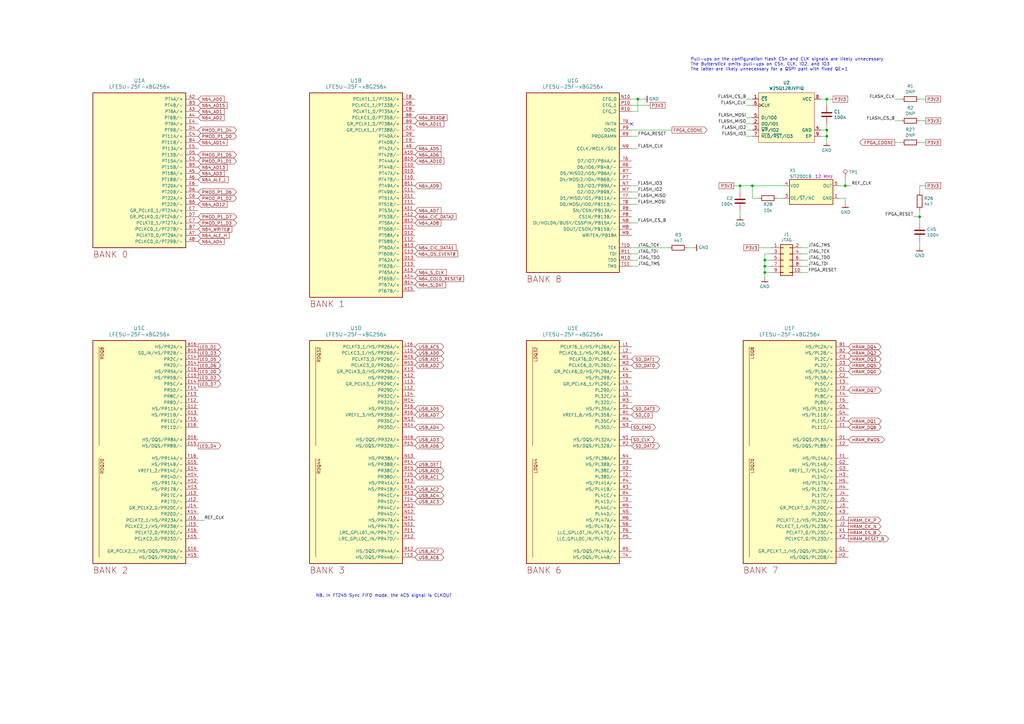
<source format=kicad_sch>
(kicad_sch (version 20231120) (generator "eeschema") (generator_version "8.0")
  (paper "A3")
  (lib_symbols
    (symbol "Connector:TestPoint" (pin_numbers hide) (pin_names (offset 0.762) hide)
      (property "Reference" "TP" (at 0 6.858 0))
      (property "Value" "TestPoint" (at 0 5.08 0))
      (symbol "TestPoint_1_1"
        (pin passive line (at 0 0 90) (length 2.54) (name "1") (number "1"))
      )
    )
    (symbol "Connector_Generic:Conn_02x05_Odd_Even" (pin_names (offset 1.016) hide)
      (property "Reference" "J" (at 1.27 7.62 0))
      (property "Value" "Conn_02x05_Odd_Even" (at 1.27 -7.62 0))
      (symbol "Conn_02x05_Odd_Even_1_1"
        (pin passive line (at -5.08 5.08 0) (length 3.81) (name "Pin_1") (number "1"))
        (pin passive line (at 7.62 -5.08 180) (length 3.81) (name "Pin_10") (number "10"))
        (pin passive line (at 7.62 5.08 180) (length 3.81) (name "Pin_2") (number "2"))
        (pin passive line (at -5.08 2.54 0) (length 3.81) (name "Pin_3") (number "3"))
        (pin passive line (at 7.62 2.54 180) (length 3.81) (name "Pin_4") (number "4"))
        (pin passive line (at -5.08 0 0) (length 3.81) (name "Pin_5") (number "5"))
        (pin passive line (at 7.62 0 180) (length 3.81) (name "Pin_6") (number "6"))
        (pin passive line (at -5.08 -2.54 0) (length 3.81) (name "Pin_7") (number "7"))
        (pin passive line (at 7.62 -2.54 180) (length 3.81) (name "Pin_8") (number "8"))
        (pin passive line (at -5.08 -5.08 0) (length 3.81) (name "Pin_9") (number "9"))
      )
    )
    (symbol "Device:C" (pin_numbers hide) (pin_names (offset 0.254))
      (property "Reference" "C" (at 0.635 2.54 0))
      (property "Value" "C" (at 0.635 -2.54 0))
      (symbol "C_1_1"
        (pin passive line (at 0 3.81 270) (length 2.794) (name "~") (number "1"))
        (pin passive line (at 0 -3.81 90) (length 2.794) (name "~") (number "2"))
      )
    )
    (symbol "Device:R" (pin_numbers hide) (pin_names (offset 0))
      (property "Reference" "R" (at 2.032 0 90))
      (property "Value" "R" (at 0 0 90))
      (symbol "R_1_1"
        (pin passive line (at 0 3.81 270) (length 1.27) (name "~") (number "1"))
        (pin passive line (at 0 -3.81 90) (length 1.27) (name "~") (number "2"))
      )
    )
    (symbol "ng_fpga_lattice_ecp5:LFE5U-25F-xBG256x" (pin_names (offset 1.016))
      (property "Reference" "U" (at 0 5.08 0))
      (property "Value" "LFE5U-25F-xBG256x" (at 0 2.54 0))
      (symbol "LFE5U-25F-xBG256x_1_1"
        (text "BANK 0" (at 0 -64.77 0) (effects (font (size 2.54 2.54)) (justify left top)))
        (pin bidirectional line (at 43.18 -2.54 180) (length 5.08) (name "PT4A/+") (number "A2"))
        (pin bidirectional line (at 43.18 -7.62 180) (length 5.08) (name "PT6A/+") (number "A3"))
        (pin bidirectional line (at 43.18 -10.16 180) (length 5.08) (name "PT6B/-") (number "A4"))
        (pin bidirectional line (at 43.18 -33.02 180) (length 5.08) (name "PT18A/+") (number "A5"))
        (pin bidirectional line (at 43.18 -35.56 180) (length 5.08) (name "PT18B/-") (number "A6"))
        (pin bidirectional line (at 43.18 -58.42 180) (length 5.08) (name "PCLKT0_0/PT29A/+") (number "A7"))
        (pin bidirectional line (at 43.18 -60.96 180) (length 5.08) (name "PCLKC0_0/PT29B/-") (number "A8"))
        (pin bidirectional line (at 43.18 -5.08 180) (length 5.08) (name "PT4B/-") (number "B3"))
        (pin bidirectional line (at 43.18 -20.32 180) (length 5.08) (name "PT11B/-") (number "B4"))
        (pin bidirectional line (at 43.18 -30.48 180) (length 5.08) (name "PT15B/-") (number "B5"))
        (pin bidirectional line (at 43.18 -45.72 180) (length 5.08) (name "PT22B/-") (number "B6"))
        (pin bidirectional line (at 43.18 -55.88 180) (length 5.08) (name "PCLKC0_1/PT27B/-") (number "B7"))
        (pin bidirectional line (at 43.18 -17.78 180) (length 5.08) (name "PT11A/+") (number "C4"))
        (pin bidirectional line (at 43.18 -27.94 180) (length 5.08) (name "PT15A/+") (number "C5"))
        (pin bidirectional line (at 43.18 -43.18 180) (length 5.08) (name "PT22A/+") (number "C6"))
        (pin bidirectional line (at 43.18 -53.34 180) (length 5.08) (name "PCLKT0_1/PT27A/+") (number "C7"))
        (pin bidirectional line (at 43.18 -15.24 180) (length 5.08) (name "PT9B/-") (number "D4"))
        (pin bidirectional line (at 43.18 -25.4 180) (length 5.08) (name "PT13B/-") (number "D5"))
        (pin bidirectional line (at 43.18 -40.64 180) (length 5.08) (name "PT20B/-") (number "D6"))
        (pin bidirectional line (at 43.18 -50.8 180) (length 5.08) (name "GR_PCLK0_0/PT24B/-") (number "D7"))
        (pin bidirectional line (at 43.18 -12.7 180) (length 5.08) (name "PT9A/+") (number "E4"))
        (pin bidirectional line (at 43.18 -22.86 180) (length 5.08) (name "PT13A/+") (number "E5"))
        (pin bidirectional line (at 43.18 -38.1 180) (length 5.08) (name "PT20A/+") (number "E6"))
        (pin bidirectional line (at 43.18 -48.26 180) (length 5.08) (name "GR_PCLK0_1/PT24A/+") (number "E7"))
      )
      (symbol "LFE5U-25F-xBG256x_2_1"
        (text "BANK 1" (at 0 -85.09 0) (effects (font (size 2.54 2.54)) (justify left top)))
        (pin bidirectional line (at 43.18 -25.4 180) (length 5.08) (name "PT42B/-") (number "A10"))
        (pin bidirectional line (at 43.18 -48.26 180) (length 5.08) (name "PT53A/+") (number "A11"))
        (pin bidirectional line (at 43.18 -50.8 180) (length 5.08) (name "PT53B/-") (number "A12"))
        (pin bidirectional line (at 43.18 -73.66 180) (length 5.08) (name "PT65A/+") (number "A13"))
        (pin bidirectional line (at 43.18 -76.2 180) (length 5.08) (name "PT65B/-") (number "A14"))
        (pin bidirectional line (at 43.18 -81.28 180) (length 5.08) (name "PT67B/-") (number "A15"))
        (pin bidirectional line (at 43.18 -22.86 180) (length 5.08) (name "PT42A/+") (number "A9"))
        (pin bidirectional line (at 43.18 -27.94 180) (length 5.08) (name "PT44A/+") (number "B10"))
        (pin bidirectional line (at 43.18 -38.1 180) (length 5.08) (name "PT49A/+") (number "B11"))
        (pin bidirectional line (at 43.18 -53.34 180) (length 5.08) (name "PT56A/+") (number "B12"))
        (pin bidirectional line (at 43.18 -63.5 180) (length 5.08) (name "PT60A/+") (number "B13"))
        (pin bidirectional line (at 43.18 -78.74 180) (length 5.08) (name "PT67A/+") (number "B14"))
        (pin bidirectional line (at 43.18 -10.16 180) (length 5.08) (name "PCLKC1_0/PT35B/-") (number "B8"))
        (pin bidirectional line (at 43.18 -12.7 180) (length 5.08) (name "GR_PCLK1_0/PT38A/+") (number "B9"))
        (pin bidirectional line (at 43.18 -30.48 180) (length 5.08) (name "PT44B/-") (number "C10"))
        (pin bidirectional line (at 43.18 -40.64 180) (length 5.08) (name "PT49B/-") (number "C11"))
        (pin bidirectional line (at 43.18 -55.88 180) (length 5.08) (name "PT56B/-") (number "C12"))
        (pin bidirectional line (at 43.18 -66.04 180) (length 5.08) (name "PT60B/-") (number "C13"))
        (pin bidirectional line (at 43.18 -7.62 180) (length 5.08) (name "PCLKT1_0/PT35A/+") (number "C8"))
        (pin bidirectional line (at 43.18 -15.24 180) (length 5.08) (name "GR_PCLK1_1/PT38B/-") (number "C9"))
        (pin bidirectional line (at 43.18 -33.02 180) (length 5.08) (name "PT47A/+") (number "D10"))
        (pin bidirectional line (at 43.18 -43.18 180) (length 5.08) (name "PT51A/+") (number "D11"))
        (pin bidirectional line (at 43.18 -58.42 180) (length 5.08) (name "PT58A/+") (number "D12"))
        (pin bidirectional line (at 43.18 -68.58 180) (length 5.08) (name "PT62A/+") (number "D13"))
        (pin bidirectional line (at 43.18 -5.08 180) (length 5.08) (name "PCLKC1_1/PT33B/-") (number "D8"))
        (pin bidirectional line (at 43.18 -17.78 180) (length 5.08) (name "PT40A/+") (number "D9"))
        (pin bidirectional line (at 43.18 -35.56 180) (length 5.08) (name "PT47B/-") (number "E10"))
        (pin bidirectional line (at 43.18 -45.72 180) (length 5.08) (name "PT51B/-") (number "E11"))
        (pin bidirectional line (at 43.18 -60.96 180) (length 5.08) (name "PT58B/-") (number "E12"))
        (pin bidirectional line (at 43.18 -71.12 180) (length 5.08) (name "PT62B/-") (number "E13"))
        (pin bidirectional line (at 43.18 -2.54 180) (length 5.08) (name "PCLKT1_1/PT33A/+") (number "E8"))
        (pin bidirectional line (at 43.18 -20.32 180) (length 5.08) (name "PT40B/-") (number "E9"))
      )
      (symbol "LFE5U-25F-xBG256x_3_1"
        (text "BANK 2" (at 0 -92.71 0) (effects (font (size 2.54 2.54)) (justify left top)))
        (text "RDQ20" (at 3.81 -48.26 900) (effects (font (size 1.27 1.27)) (justify right)))
        (text "RDQ8" (at 3.81 -2.54 900) (effects (font (size 1.27 1.27)) (justify right)))
        (pin bidirectional line (at 43.18 -5.08 180) (length 5.08) (name "S0_IN/HS/PR2B/-") (number "B15"))
        (pin bidirectional line (at 43.18 -2.54 180) (length 5.08) (name "HS/PR2A/+") (number "B16"))
        (pin bidirectional line (at 43.18 -7.62 180) (length 5.08) (name "PR2C/+") (number "C14"))
        (pin bidirectional line (at 43.18 -15.24 180) (length 5.08) (name "HS/PR5B/-") (number "C15"))
        (pin bidirectional line (at 43.18 -12.7 180) (length 5.08) (name "HS/PR5A/+") (number "C16"))
        (pin bidirectional line (at 43.18 -10.16 180) (length 5.08) (name "PR2D/-") (number "D14"))
        (pin bidirectional line (at 43.18 -40.64 180) (length 5.08) (name "HS/DQS/PR8A/+") (number "D16"))
        (pin bidirectional line (at 43.18 -17.78 180) (length 5.08) (name "PR5C/+") (number "E14"))
        (pin bidirectional line (at 43.18 -43.18 180) (length 5.08) (name "HS/DQS/PR8B/-") (number "E15"))
        (pin bidirectional line (at 43.18 -35.56 180) (length 5.08) (name "PR11D/-") (number "E16"))
        (pin bidirectional line (at 43.18 -25.4 180) (length 5.08) (name "PR8D/-") (number "F12"))
        (pin bidirectional line (at 43.18 -22.86 180) (length 5.08) (name "PR8C/+") (number "F13"))
        (pin bidirectional line (at 43.18 -20.32 180) (length 5.08) (name "PR5D/-") (number "F14"))
        (pin bidirectional line (at 43.18 -33.02 180) (length 5.08) (name "PR11C/+") (number "F15"))
        (pin bidirectional line (at 43.18 -48.26 180) (length 5.08) (name "HS/PR14A/+") (number "F16"))
        (pin bidirectional line (at 43.18 -27.94 180) (length 5.08) (name "HS/PR11A/+") (number "G12"))
        (pin bidirectional line (at 43.18 -30.48 180) (length 5.08) (name "HS/PR11B/-") (number "G13"))
        (pin bidirectional line (at 43.18 -53.34 180) (length 5.08) (name "VREF1_2/PR14C/+") (number "G14"))
        (pin bidirectional line (at 43.18 -50.8 180) (length 5.08) (name "HS/PR14B/-") (number "G15"))
        (pin bidirectional line (at 43.18 -86.36 180) (length 5.08) (name "GR_PCLK2_1/HS/DQS/PR20A/+") (number "G16"))
        (pin bidirectional line (at 43.18 -58.42 180) (length 5.08) (name "HS/PR17A/+") (number "H12"))
        (pin bidirectional line (at 43.18 -60.96 180) (length 5.08) (name "HS/PR17B/-") (number "H13"))
        (pin bidirectional line (at 43.18 -55.88 180) (length 5.08) (name "PR14D/-") (number "H14"))
        (pin bidirectional line (at 43.18 -88.9 180) (length 5.08) (name "HS/DQS/PR20B/-") (number "H15"))
        (pin bidirectional line (at 43.18 -66.04 180) (length 5.08) (name "PR17D/-") (number "J12"))
        (pin bidirectional line (at 43.18 -63.5 180) (length 5.08) (name "PR17C/+") (number "J13"))
        (pin bidirectional line (at 43.18 -68.58 180) (length 5.08) (name "GR_PCLK2_0/PR20C/+") (number "J14"))
        (pin bidirectional line (at 43.18 -76.2 180) (length 5.08) (name "PCLKC2_1/HS/PR23B/-") (number "J15"))
        (pin bidirectional line (at 43.18 -73.66 180) (length 5.08) (name "PCLKT2_1/HS/PR23A/+") (number "J16"))
        (pin bidirectional line (at 43.18 -71.12 180) (length 5.08) (name "PR20D/-") (number "K14"))
        (pin bidirectional line (at 43.18 -81.28 180) (length 5.08) (name "PCLKC2_0/PR23D/-") (number "K15"))
        (pin bidirectional line (at 43.18 -78.74 180) (length 5.08) (name "PCLKT2_0/PR23C/+") (number "K16"))
      )
      (symbol "LFE5U-25F-xBG256x_4_1"
        (text "BANK 3" (at 0 -92.71 0) (effects (font (size 2.54 2.54)) (justify left top)))
        (text "RDQ32" (at 3.81 -2.54 900) (effects (font (size 1.27 1.27)) (justify right)))
        (text "RDQ44" (at 3.81 -48.26 900) (effects (font (size 1.27 1.27)) (justify right)))
        (pin bidirectional line (at 43.18 -15.24 180) (length 5.08) (name "HS/PR29B/-") (number "K12"))
        (pin bidirectional line (at 43.18 -12.7 180) (length 5.08) (name "GR_PCLK3_0/HS/PR29A/+") (number "K13"))
        (pin bidirectional line (at 43.18 -20.32 180) (length 5.08) (name "PR29D/-") (number "L12"))
        (pin bidirectional line (at 43.18 -17.78 180) (length 5.08) (name "GR_PCLK3_1/PR29C/+") (number "L13"))
        (pin bidirectional line (at 43.18 -22.86 180) (length 5.08) (name "PR32C/+") (number "L14"))
        (pin bidirectional line (at 43.18 -5.08 180) (length 5.08) (name "PCLKC3_1/HS/PR26B/-") (number "L15"))
        (pin bidirectional line (at 43.18 -2.54 180) (length 5.08) (name "PCLKT3_1/HS/PR26A/+") (number "L16"))
        (pin bidirectional line (at 43.18 -73.66 180) (length 5.08) (name "HS/PR47A/+") (number "M11"))
        (pin bidirectional line (at 43.18 -68.58 180) (length 5.08) (name "PR44C/+") (number "M12"))
        (pin bidirectional line (at 43.18 -33.02 180) (length 5.08) (name "PR35C/+") (number "M13"))
        (pin bidirectional line (at 43.18 -25.4 180) (length 5.08) (name "PR32D/-") (number "M14"))
        (pin bidirectional line (at 43.18 -10.16 180) (length 5.08) (name "PCLKC3_0/PR26D/-") (number "M15"))
        (pin bidirectional line (at 43.18 -7.62 180) (length 5.08) (name "PCLKT3_0/PR26C/+") (number "M16"))
        (pin bidirectional line (at 43.18 -76.2 180) (length 5.08) (name "HS/PR47B/-") (number "N11"))
        (pin bidirectional line (at 43.18 -71.12 180) (length 5.08) (name "PR44D/-") (number "N12"))
        (pin bidirectional line (at 43.18 -48.26 180) (length 5.08) (name "HS/PR38A/+") (number "N13"))
        (pin bidirectional line (at 43.18 -35.56 180) (length 5.08) (name "PR35D/-") (number "N14"))
        (pin bidirectional line (at 43.18 -40.64 180) (length 5.08) (name "HS/DQS/PR32A/+") (number "N16"))
        (pin bidirectional line (at 43.18 -78.74 180) (length 5.08) (name "LRC_GPLL0T_IN/PR47C/+") (number "P11"))
        (pin bidirectional line (at 43.18 -81.28 180) (length 5.08) (name "LRC_GPLL0C_IN/PR47D/-") (number "P12"))
        (pin bidirectional line (at 43.18 -58.42 180) (length 5.08) (name "HS/PR41A/+") (number "P13"))
        (pin bidirectional line (at 43.18 -50.8 180) (length 5.08) (name "HS/PR38B/-") (number "P14"))
        (pin bidirectional line (at 43.18 -43.18 180) (length 5.08) (name "HS/DQS/PR32B/-") (number "P15"))
        (pin bidirectional line (at 43.18 -27.94 180) (length 5.08) (name "HS/PR35A/+") (number "P16"))
        (pin bidirectional line (at 43.18 -86.36 180) (length 5.08) (name "HS/DQS/PR44A/+") (number "R12"))
        (pin bidirectional line (at 43.18 -63.5 180) (length 5.08) (name "PR41C/+") (number "R13"))
        (pin bidirectional line (at 43.18 -60.96 180) (length 5.08) (name "HS/PR41B/-") (number "R14"))
        (pin bidirectional line (at 43.18 -53.34 180) (length 5.08) (name "PR38C/+") (number "R15"))
        (pin bidirectional line (at 43.18 -30.48 180) (length 5.08) (name "VREF1_3/HS/PR35B/-") (number "R16"))
        (pin bidirectional line (at 43.18 -88.9 180) (length 5.08) (name "HS/DQS/PR44B/-") (number "T13"))
        (pin bidirectional line (at 43.18 -66.04 180) (length 5.08) (name "PR41D/-") (number "T14"))
        (pin bidirectional line (at 43.18 -55.88 180) (length 5.08) (name "PR38D/-") (number "T15"))
      )
      (symbol "LFE5U-25F-xBG256x_5_1"
        (text "BANK 6" (at 0 -92.71 0) (effects (font (size 2.54 2.54)) (justify left top)))
        (text "LDQ32" (at 3.81 -2.54 900) (effects (font (size 1.27 1.27)) (justify right)))
        (text "LDQ44" (at 3.81 -48.26 900) (effects (font (size 1.27 1.27)) (justify right)))
        (pin bidirectional line (at 43.18 -12.7 180) (length 5.08) (name "GR_PCLK6_0/HS/PL29A/+") (number "K4"))
        (pin bidirectional line (at 43.18 -15.24 180) (length 5.08) (name "HS/PL29B/-") (number "K5"))
        (pin bidirectional line (at 43.18 -2.54 180) (length 5.08) (name "PCLKT6_1/HS/PL26A/+") (number "L1"))
        (pin bidirectional line (at 43.18 -5.08 180) (length 5.08) (name "PCLKC6_1/HS/PL26B/-") (number "L2"))
        (pin bidirectional line (at 43.18 -22.86 180) (length 5.08) (name "PL32C/+") (number "L3"))
        (pin bidirectional line (at 43.18 -17.78 180) (length 5.08) (name "GR_PCLK6_1/PL29C/+") (number "L4"))
        (pin bidirectional line (at 43.18 -20.32 180) (length 5.08) (name "PL29D/-") (number "L5"))
        (pin bidirectional line (at 43.18 -7.62 180) (length 5.08) (name "PCLKT6_0/PL26C/+") (number "M1"))
        (pin bidirectional line (at 43.18 -10.16 180) (length 5.08) (name "PCLKC6_0/PL26D/-") (number "M2"))
        (pin bidirectional line (at 43.18 -25.4 180) (length 5.08) (name "PL32D/-") (number "M3"))
        (pin bidirectional line (at 43.18 -33.02 180) (length 5.08) (name "PL35C/+") (number "M4"))
        (pin bidirectional line (at 43.18 -68.58 180) (length 5.08) (name "PL44C/+") (number "M5"))
        (pin bidirectional line (at 43.18 -73.66 180) (length 5.08) (name "HS/PL47A/+") (number "M6"))
        (pin bidirectional line (at 43.18 -40.64 180) (length 5.08) (name "HS/DQS/PL32A/+") (number "N1"))
        (pin bidirectional line (at 43.18 -35.56 180) (length 5.08) (name "PL35D/-") (number "N3"))
        (pin bidirectional line (at 43.18 -48.26 180) (length 5.08) (name "HS/PL38A/+") (number "N4"))
        (pin bidirectional line (at 43.18 -71.12 180) (length 5.08) (name "PL44D/-") (number "N5"))
        (pin bidirectional line (at 43.18 -76.2 180) (length 5.08) (name "HS/PL47B/-") (number "N6"))
        (pin bidirectional line (at 43.18 -27.94 180) (length 5.08) (name "HS/PL35A/+") (number "P1"))
        (pin bidirectional line (at 43.18 -43.18 180) (length 5.08) (name "HS/DQS/PL32B/-") (number "P2"))
        (pin bidirectional line (at 43.18 -50.8 180) (length 5.08) (name "HS/PL38B/-") (number "P3"))
        (pin bidirectional line (at 43.18 -58.42 180) (length 5.08) (name "HS/PL41A/+") (number "P4"))
        (pin bidirectional line (at 43.18 -81.28 180) (length 5.08) (name "LLC_GPLL0C_IN/PL47D/-") (number "P5"))
        (pin bidirectional line (at 43.18 -78.74 180) (length 5.08) (name "LLC_GPLL0T_IN/PL47C/+") (number "P6"))
        (pin bidirectional line (at 43.18 -30.48 180) (length 5.08) (name "VREF1_6/HS/PL35B/-") (number "R1"))
        (pin bidirectional line (at 43.18 -53.34 180) (length 5.08) (name "PL38C/+") (number "R2"))
        (pin bidirectional line (at 43.18 -60.96 180) (length 5.08) (name "HS/PL41B/-") (number "R3"))
        (pin bidirectional line (at 43.18 -63.5 180) (length 5.08) (name "PL41C/+") (number "R4"))
        (pin bidirectional line (at 43.18 -86.36 180) (length 5.08) (name "HS/DQS/PL44A/+") (number "R5"))
        (pin bidirectional line (at 43.18 -55.88 180) (length 5.08) (name "PL38D/-") (number "T2"))
        (pin bidirectional line (at 43.18 -66.04 180) (length 5.08) (name "PL41D/-") (number "T3"))
        (pin bidirectional line (at 43.18 -88.9 180) (length 5.08) (name "HS/DQS/PL44B/-") (number "T4"))
      )
      (symbol "LFE5U-25F-xBG256x_6_1"
        (text "BANK 7" (at 0 -92.71 0) (effects (font (size 2.54 2.54)) (justify left top)))
        (text "LDQ20" (at 3.81 -48.26 900) (effects (font (size 1.27 1.27)) (justify right)))
        (text "LDQ8" (at 3.81 -2.54 900) (effects (font (size 1.27 1.27)) (justify right)))
        (pin bidirectional line (at 43.18 -2.54 180) (length 5.08) (name "HS/PL2A/+") (number "B1"))
        (pin bidirectional line (at 43.18 -5.08 180) (length 5.08) (name "HS/PL2B/-") (number "B2"))
        (pin bidirectional line (at 43.18 -12.7 180) (length 5.08) (name "HS/PL5A/+") (number "C1"))
        (pin bidirectional line (at 43.18 -15.24 180) (length 5.08) (name "HS/PL5B/-") (number "C2"))
        (pin bidirectional line (at 43.18 -7.62 180) (length 5.08) (name "PL2C/+") (number "C3"))
        (pin bidirectional line (at 43.18 -40.64 180) (length 5.08) (name "HS/DQS/PL8A/+") (number "D1"))
        (pin bidirectional line (at 43.18 -10.16 180) (length 5.08) (name "PL2D/-") (number "D3"))
        (pin bidirectional line (at 43.18 -35.56 180) (length 5.08) (name "PL11D/-") (number "E1"))
        (pin bidirectional line (at 43.18 -43.18 180) (length 5.08) (name "HS/DQS/PL8B/-") (number "E2"))
        (pin bidirectional line (at 43.18 -17.78 180) (length 5.08) (name "PL5C/+") (number "E3"))
        (pin bidirectional line (at 43.18 -48.26 180) (length 5.08) (name "HS/PL14A/+") (number "F1"))
        (pin bidirectional line (at 43.18 -33.02 180) (length 5.08) (name "PL11C/+") (number "F2"))
        (pin bidirectional line (at 43.18 -20.32 180) (length 5.08) (name "PL5D/-") (number "F3"))
        (pin bidirectional line (at 43.18 -22.86 180) (length 5.08) (name "PL8C/+") (number "F4"))
        (pin bidirectional line (at 43.18 -25.4 180) (length 5.08) (name "PL8D/-") (number "F5"))
        (pin bidirectional line (at 43.18 -86.36 180) (length 5.08) (name "GR_PCLK7_1/HS/DQS/PL20A/+") (number "G1"))
        (pin bidirectional line (at 43.18 -50.8 180) (length 5.08) (name "HS/PL14B/-") (number "G2"))
        (pin bidirectional line (at 43.18 -53.34 180) (length 5.08) (name "VREF1_7/PL14C/+") (number "G3"))
        (pin bidirectional line (at 43.18 -30.48 180) (length 5.08) (name "HS/PL11B/-") (number "G4"))
        (pin bidirectional line (at 43.18 -27.94 180) (length 5.08) (name "HS/PL11A/+") (number "G5"))
        (pin bidirectional line (at 43.18 -88.9 180) (length 5.08) (name "HS/DQS/PL20B/-") (number "H2"))
        (pin bidirectional line (at 43.18 -55.88 180) (length 5.08) (name "PL14D/-") (number "H3"))
        (pin bidirectional line (at 43.18 -60.96 180) (length 5.08) (name "HS/PL17B/-") (number "H4"))
        (pin bidirectional line (at 43.18 -58.42 180) (length 5.08) (name "HS/PL17A/+") (number "H5"))
        (pin bidirectional line (at 43.18 -73.66 180) (length 5.08) (name "PCLKT7_1/HS/PL23A/+") (number "J1"))
        (pin bidirectional line (at 43.18 -76.2 180) (length 5.08) (name "PCLKC7_1/HS/PL23B/-") (number "J2"))
        (pin bidirectional line (at 43.18 -68.58 180) (length 5.08) (name "GR_PCLK7_0/PL20C/+") (number "J3"))
        (pin bidirectional line (at 43.18 -63.5 180) (length 5.08) (name "PL17C/+") (number "J4"))
        (pin bidirectional line (at 43.18 -66.04 180) (length 5.08) (name "PL17D/-") (number "J5"))
        (pin bidirectional line (at 43.18 -78.74 180) (length 5.08) (name "PCLKT7_0/PL23C/+") (number "K1"))
        (pin bidirectional line (at 43.18 -81.28 180) (length 5.08) (name "PCLKC7_0/PL23D/-") (number "K2"))
        (pin bidirectional line (at 43.18 -71.12 180) (length 5.08) (name "PL20D/-") (number "K3"))
      )
      (symbol "LFE5U-25F-xBG256x_7_1"
        (text "BANK 8" (at 0 -74.93 0) (effects (font (size 2.54 2.54)) (justify left top)))
        (pin bidirectional line (at 43.18 -68.58 180) (length 5.08) (name "TDO") (number "M10"))
        (pin bidirectional line (at 43.18 -40.64 180) (length 5.08) (name "D2/IO2/PB9B/-") (number "M7"))
        (pin bidirectional line (at 43.18 -55.88 180) (length 5.08) (name "DOUT/CSON/PB15B/-") (number "M8"))
        (pin bidirectional line (at 43.18 -58.42 180) (length 5.08) (name "WRITEN/PB18A") (number "M9"))
        (pin bidirectional line (at 43.18 -2.54 180) (length 5.08) (name "CFG_0") (number "N10"))
        (pin bidirectional line (at 43.18 -38.1 180) (length 5.08) (name "D3/IO3/PB9A/+") (number "N7"))
        (pin bidirectional line (at 43.18 -53.34 180) (length 5.08) (name "DI/HOLDN/BUSY/CSSPIN/PB15A/+") (number "N8"))
        (pin bidirectional line (at 43.18 -22.86 180) (length 5.08) (name "CCLK/MCLK/SCK") (number "N9"))
        (pin bidirectional line (at 43.18 -5.08 180) (length 5.08) (name "CFG_1") (number "P10"))
        (pin bidirectional line (at 43.18 -35.56 180) (length 5.08) (name "D4/MOSI2/IO4/PB6B/-") (number "P7"))
        (pin bidirectional line (at 43.18 -50.8 180) (length 5.08) (name "CS1N/PB13B/-") (number "P8"))
        (pin bidirectional line (at 43.18 -15.24 180) (length 5.08) (name "DONE") (number "P9"))
        (pin bidirectional line (at 43.18 -7.62 180) (length 5.08) (name "CFG_2") (number "R10"))
        (pin bidirectional line (at 43.18 -66.04 180) (length 5.08) (name "TDI") (number "R11"))
        (pin bidirectional line (at 43.18 -30.48 180) (length 5.08) (name "D6/IO6/PB4B/-") (number "R6"))
        (pin bidirectional line (at 43.18 -33.02 180) (length 5.08) (name "D5/MISO2/IO5/PB6A/+") (number "R7"))
        (pin bidirectional line (at 43.18 -48.26 180) (length 5.08) (name "SN/CSN/PB13A/+") (number "R8"))
        (pin bidirectional line (at 43.18 -17.78 180) (length 5.08) (name "PROGRAMN") (number "R9"))
        (pin bidirectional line (at 43.18 -63.5 180) (length 5.08) (name "TCK") (number "T10"))
        (pin bidirectional line (at 43.18 -71.12 180) (length 5.08) (name "TMS") (number "T11"))
        (pin bidirectional line (at 43.18 -27.94 180) (length 5.08) (name "D7/IO7/PB4A/+") (number "T6"))
        (pin bidirectional line (at 43.18 -43.18 180) (length 5.08) (name "D1/MISO/IO1/PB11A/+") (number "T7"))
        (pin bidirectional line (at 43.18 -45.72 180) (length 5.08) (name "D0/MOSI/IO0/PB11B/-") (number "T8"))
        (pin bidirectional line (at 43.18 -12.7 180) (length 5.08) (name "INITN") (number "T9"))
      )
      (symbol "LFE5U-25F-xBG256x_8_1"
        (pin power_in line (at 30.48 -25.4 180) (length 5.08) (name "VCCIO1") (number "F10"))
        (pin power_in line (at 30.48 -27.94 180) (length 5.08) (name "VCCIO1") (number "F11"))
        (pin power_in line (at 30.48 -2.54 180) (length 5.08) (name "VCCIO0") (number "F6"))
        (pin power_in line (at 30.48 -5.08 180) (length 5.08) (name "VCCIO0") (number "F7"))
        (pin power_in line (at -5.08 -25.4 0) (length 5.08) (name "VCCAUX") (number "G11"))
        (pin power_in line (at -5.08 -2.54 0) (length 5.08) (name "VCC") (number "G6"))
        (pin power_in line (at -5.08 -5.08 0) (length 5.08) (name "VCC") (number "G7"))
        (pin power_in line (at -5.08 -7.62 0) (length 5.08) (name "VCC") (number "G9"))
        (pin power_in line (at 30.48 -48.26 180) (length 5.08) (name "VCCIO2") (number "H11"))
        (pin power_in line (at 30.48 -116.84 180) (length 5.08) (name "VCCIO7") (number "H6"))
        (pin power_in line (at 30.48 -119.38 180) (length 5.08) (name "VCCIO7") (number "H7"))
        (pin power_in line (at 30.48 -50.8 180) (length 5.08) (name "VCCIO2") (number "J11"))
        (pin power_in line (at 30.48 -93.98 180) (length 5.08) (name "VCCIO6") (number "J6"))
        (pin power_in line (at 30.48 -96.52 180) (length 5.08) (name "VCCIO6") (number "J7"))
        (pin power_in line (at 30.48 -71.12 180) (length 5.08) (name "VCCIO3") (number "K11"))
        (pin power_in line (at -5.08 -15.24 0) (length 5.08) (name "VCC") (number "L10"))
        (pin power_in line (at 30.48 -73.66 180) (length 5.08) (name "VCCIO3") (number "L11"))
        (pin power_in line (at 30.48 -139.7 180) (length 5.08) (name "VCCIO8") (number "L6"))
        (pin power_in line (at -5.08 -27.94 0) (length 5.08) (name "VCCAUX") (number "L7"))
        (pin power_in line (at -5.08 -10.16 0) (length 5.08) (name "VCC") (number "L8"))
        (pin power_in line (at -5.08 -12.7 0) (length 5.08) (name "VCC") (number "L9"))
      )
      (symbol "LFE5U-25F-xBG256x_9_1"
        (pin power_in line (at -5.08 -2.54 0) (length 5.08) (name "GND") (number "A1"))
        (pin power_in line (at -5.08 -5.08 0) (length 5.08) (name "GND") (number "A16"))
        (pin power_in line (at -5.08 -10.16 0) (length 5.08) (name "GND") (number "D15"))
        (pin power_in line (at -5.08 -7.62 0) (length 5.08) (name "GND") (number "D2"))
        (pin power_in line (at -5.08 -12.7 0) (length 5.08) (name "GND") (number "F8"))
        (pin power_in line (at -5.08 -15.24 0) (length 5.08) (name "GND") (number "F9"))
        (pin power_in line (at -5.08 -20.32 0) (length 5.08) (name "GND") (number "G10"))
        (pin power_in line (at -5.08 -17.78 0) (length 5.08) (name "GND") (number "G8"))
        (pin power_in line (at -5.08 -22.86 0) (length 5.08) (name "GND") (number "H1"))
        (pin power_in line (at -5.08 -30.48 0) (length 5.08) (name "GND") (number "H10"))
        (pin power_in line (at -5.08 -33.02 0) (length 5.08) (name "GND") (number "H16"))
        (pin power_in line (at -5.08 -25.4 0) (length 5.08) (name "GND") (number "H8"))
        (pin power_in line (at -5.08 -27.94 0) (length 5.08) (name "GND") (number "H9"))
        (pin power_in line (at 30.48 -5.08 180) (length 5.08) (name "GND") (number "J10"))
        (pin power_in line (at -5.08 -35.56 0) (length 5.08) (name "GND") (number "J8"))
        (pin power_in line (at 30.48 -2.54 180) (length 5.08) (name "GND") (number "J9"))
        (pin power_in line (at 30.48 -17.78 180) (length 5.08) (name "GND") (number "K10"))
        (pin power_in line (at 30.48 -7.62 180) (length 5.08) (name "GND") (number "K6"))
        (pin power_in line (at 30.48 -10.16 180) (length 5.08) (name "GND") (number "K7"))
        (pin power_in line (at 30.48 -12.7 180) (length 5.08) (name "GND") (number "K8"))
        (pin power_in line (at 30.48 -15.24 180) (length 5.08) (name "GND") (number "K9"))
        (pin power_in line (at 30.48 -22.86 180) (length 5.08) (name "GND") (number "N15"))
        (pin power_in line (at 30.48 -20.32 180) (length 5.08) (name "GND") (number "N2"))
        (pin power_in line (at 30.48 -25.4 180) (length 5.08) (name "GND") (number "T1"))
        (pin power_in line (at 30.48 -30.48 180) (length 5.08) (name "GND") (number "T12"))
        (pin power_in line (at 30.48 -33.02 180) (length 5.08) (name "GND") (number "T16"))
        (pin power_in line (at 30.48 -27.94 180) (length 5.08) (name "GND") (number "T5"))
      )
    )
    (symbol "ng_memory:W25Q128JVPIQ" (pin_names (offset 1.016))
      (property "Reference" "U" (at 0 3.81 0))
      (property "Value" "W25Q128JVPIQ" (at 0 1.27 0))
      (symbol "W25Q128JVPIQ_1_1"
        (pin input line (at 25.4 -2.54 180) (length 2.54) (name "~{CS}") (number "1"))
        (pin bidirectional line (at 25.4 -12.7 180) (length 2.54) (name "DO/IO1") (number "2"))
        (pin bidirectional line (at 25.4 -15.24 180) (length 2.54) (name "~{WP}/IO2") (number "3"))
        (pin power_in line (at -2.54 -15.24 0) (length 2.54) (name "GND") (number "4"))
        (pin bidirectional line (at 25.4 -10.16 180) (length 2.54) (name "DI/IO0") (number "5"))
        (pin input clock (at 25.4 -5.08 180) (length 2.54) (name "CLK") (number "6"))
        (pin bidirectional line (at 25.4 -17.78 180) (length 2.54) (name "~{HLD}/~{RST}/IO3") (number "7"))
        (pin power_in line (at -2.54 -2.54 0) (length 2.54) (name "VCC") (number "8"))
        (pin power_in line (at -2.54 -17.78 0) (length 2.54) (name "EP") (number "9"))
      )
    )
    (symbol "ng_osc:SiT2001B" (pin_names (offset 0.254))
      (property "Reference" "X" (at -8.89 8.89 0))
      (property "Value" "SiT2001B" (at -8.89 6.35 0))
      (symbol "SiT2001B_1_1"
        (pin power_in line (at 11.43 -2.54 180) (length 2.54) (name "GND") (number "1"))
        (pin passive line (at 11.43 0 180) (length 2.54) hide (name "NC") (number "2"))
        (pin input line (at -11.43 -2.54 0) (length 2.54) (name "OE/~{ST}/NC") (number "3"))
        (pin power_in line (at -11.43 2.54 0) (length 2.54) (name "VDD") (number "4"))
        (pin output line (at 11.43 2.54 180) (length 2.54) (name "OUT") (number "5"))
      )
    )
    (symbol "ng_power:GND" (power) (pin_names (offset 0))
      (property "Value" "GND" (at 0 -2.54 0))
      (symbol "GND_1_1"
        (pin power_in line (at 0 0 270) (length 0) hide (name "GND") (number "1"))
      )
    )
  )
  (junction (at 377.19 88.9))
  (junction (at 261.62 40.64))
  (junction (at 313.69 106.68))
  (junction (at 308.61 76.2))
  (junction (at 339.09 55.88))
  (junction (at 346.71 76.2))
  (junction (at 339.09 40.64))
  (junction (at 313.69 109.22))
  (junction (at 313.69 111.76))
  (junction (at 303.53 76.2))
  (junction (at 339.09 53.34))
  (no_connect (at 259.08 50.8))
  (wire (pts (xy 339.09 55.88) (xy 339.09 53.34)))
  (wire (pts (xy 308.61 55.88) (xy 306.07 55.88)))
  (wire (pts (xy 344.17 76.2) (xy 346.71 76.2)))
  (wire (pts (xy 377.19 76.2) (xy 377.19 78.74)))
  (wire (pts (xy 377.19 88.9) (xy 377.19 86.36)))
  (wire (pts (xy 328.93 101.6) (xy 331.47 101.6)))
  (wire (pts (xy 313.69 106.68) (xy 313.69 109.22)))
  (wire (pts (xy 374.65 88.9) (xy 377.19 88.9)))
  (wire (pts (xy 339.09 55.88) (xy 339.09 58.42)))
  (wire (pts (xy 377.19 49.53) (xy 379.73 49.53)))
  (wire (pts (xy 259.08 109.22) (xy 261.62 109.22)))
  (wire (pts (xy 259.08 40.64) (xy 261.62 40.64)))
  (wire (pts (xy 328.93 104.14) (xy 331.47 104.14)))
  (wire (pts (xy 303.53 86.36) (xy 303.53 88.9)))
  (wire (pts (xy 308.61 48.26) (xy 306.07 48.26)))
  (wire (pts (xy 328.93 106.68) (xy 331.47 106.68)))
  (wire (pts (xy 369.57 49.53) (xy 367.03 49.53)))
  (wire (pts (xy 308.61 40.64) (xy 306.07 40.64)))
  (wire (pts (xy 259.08 45.72) (xy 261.62 45.72)))
  (wire (pts (xy 308.61 81.28) (xy 308.61 76.2)))
  (wire (pts (xy 303.53 76.2) (xy 300.99 76.2)))
  (wire (pts (xy 259.08 106.68) (xy 261.62 106.68)))
  (wire (pts (xy 339.09 43.18) (xy 339.09 40.64)))
  (wire (pts (xy 259.08 60.96) (xy 261.62 60.96)))
  (wire (pts (xy 346.71 76.2) (xy 349.25 76.2)))
  (wire (pts (xy 377.19 99.06) (xy 377.19 101.6)))
  (wire (pts (xy 316.23 109.22) (xy 313.69 109.22)))
  (wire (pts (xy 259.08 76.2) (xy 261.62 76.2)))
  (wire (pts (xy 281.94 101.6) (xy 284.48 101.6)))
  (wire (pts (xy 261.62 55.88) (xy 259.08 55.88)))
  (wire (pts (xy 336.55 53.34) (xy 339.09 53.34)))
  (wire (pts (xy 377.19 58.42) (xy 379.73 58.42)))
  (wire (pts (xy 81.28 213.36) (xy 83.82 213.36)))
  (wire (pts (xy 259.08 91.44) (xy 261.62 91.44)))
  (wire (pts (xy 369.57 40.64) (xy 367.03 40.64)))
  (wire (pts (xy 316.23 111.76) (xy 313.69 111.76)))
  (wire (pts (xy 308.61 76.2) (xy 303.53 76.2)))
  (wire (pts (xy 377.19 76.2) (xy 379.73 76.2)))
  (wire (pts (xy 336.55 55.88) (xy 339.09 55.88)))
  (wire (pts (xy 369.57 58.42) (xy 367.03 58.42)))
  (wire (pts (xy 339.09 40.64) (xy 336.55 40.64)))
  (wire (pts (xy 316.23 104.14) (xy 313.69 104.14)))
  (wire (pts (xy 259.08 53.34) (xy 275.59 53.34)))
  (wire (pts (xy 259.08 101.6) (xy 274.32 101.6)))
  (wire (pts (xy 308.61 76.2) (xy 321.31 76.2)))
  (wire (pts (xy 316.23 101.6) (xy 311.15 101.6)))
  (wire (pts (xy 308.61 50.8) (xy 306.07 50.8)))
  (wire (pts (xy 339.09 53.34) (xy 339.09 50.8)))
  (wire (pts (xy 318.77 81.28) (xy 321.31 81.28)))
  (wire (pts (xy 377.19 40.64) (xy 379.73 40.64)))
  (wire (pts (xy 259.08 81.28) (xy 261.62 81.28)))
  (wire (pts (xy 377.19 88.9) (xy 377.19 91.44)))
  (wire (pts (xy 328.93 111.76) (xy 331.47 111.76)))
  (wire (pts (xy 308.61 43.18) (xy 306.07 43.18)))
  (wire (pts (xy 259.08 43.18) (xy 266.7 43.18)))
  (wire (pts (xy 313.69 109.22) (xy 313.69 111.76)))
  (wire (pts (xy 308.61 53.34) (xy 306.07 53.34)))
  (wire (pts (xy 328.93 109.22) (xy 331.47 109.22)))
  (wire (pts (xy 311.15 81.28) (xy 308.61 81.28)))
  (wire (pts (xy 259.08 83.82) (xy 261.62 83.82)))
  (wire (pts (xy 303.53 76.2) (xy 303.53 78.74)))
  (wire (pts (xy 346.71 81.28) (xy 346.71 83.82)))
  (wire (pts (xy 259.08 78.74) (xy 261.62 78.74)))
  (wire (pts (xy 346.71 76.2) (xy 346.71 73.66)))
  (wire (pts (xy 313.69 104.14) (xy 313.69 106.68)))
  (wire (pts (xy 316.23 106.68) (xy 313.69 106.68)))
  (wire (pts (xy 261.62 40.64) (xy 264.16 40.64)))
  (wire (pts (xy 339.09 40.64) (xy 341.63 40.64)))
  (wire (pts (xy 344.17 81.28) (xy 346.71 81.28)))
  (wire (pts (xy 261.62 45.72) (xy 261.62 40.64)))
  (wire (pts (xy 313.69 111.76) (xy 313.69 114.3)))
  (wire (pts (xy 259.08 104.14) (xy 261.62 104.14)))
  (text "NB. In FT245 Sync FIFO mode, the AC5 signal is CLKOUT" (at 129.54 245.11 0) (effects (font (size 1.27 1.27)) (justify left bottom)))
  (text "Pull-ups on the configuration flash CSn and CLK signals are likely unnecessary\nThe Butterstick omits pull-ups on CSn, CLK, IO2, and IO3\nThe latter are likely unnecessary for a QSPI part with fixed QE=1" (at 283.21 29.21 0) (effects (font (size 1.27 1.27)) (justify left bottom)))
  (label "JTAG_TCK" (at 261.62 101.6 0))
  (label "FLASH_IO2" (at 306.07 53.34 180))
  (label "JTAG_TDO" (at 261.62 106.68 0))
  (label "FLASH_MISO" (at 306.07 50.8 180))
  (label "JTAG_TDI" (at 261.62 104.14 0))
  (label "FLASH_MOSI" (at 306.07 48.26 180))
  (label "REF_CLK" (at 349.25 76.2 0))
  (label "FPGA_RESET" (at 261.62 55.88 0))
  (label "FLASH_IO2" (at 261.62 78.74 0))
  (label "JTAG_TCK" (at 331.47 104.14 0))
  (label "FLASH_MISO" (at 261.62 81.28 0))
  (label "JTAG_TMS" (at 331.47 101.6 0))
  (label "FLASH_CS_B" (at 306.07 40.64 180))
  (label "FLASH_IO3" (at 306.07 55.88 180))
  (label "REF_CLK" (at 83.82 213.36 0))
  (label "FLASH_CS_B" (at 367.03 49.53 180))
  (label "JTAG_TDI" (at 331.47 109.22 0))
  (label "FLASH_CLK" (at 367.03 40.64 180))
  (label "FPGA_RESET" (at 374.65 88.9 180))
  (label "FLASH_MOSI" (at 261.62 83.82 0))
  (label "JTAG_TMS" (at 261.62 109.22 0))
  (label "FLASH_CLK" (at 261.62 60.96 0))
  (label "FLASH_CLK" (at 306.07 43.18 180))
  (label "FLASH_CS_B" (at 261.62 91.44 0))
  (label "JTAG_TDO" (at 331.47 106.68 0))
  (label "FLASH_IO3" (at 261.62 76.2 0))
  (label "FPGA_RESET" (at 331.47 111.76 0))
  (global_label "N64_AD0" (shape input) (at 81.28 40.64 0) (property "Intersheetrefs" "${INTERSHEET_REFS}" (effects (hide yes))))
  (global_label "USB_AD4" (shape bidirectional) (at 170.18 175.26 0) (property "Intersheetrefs" "${INTERSHEET_REFS}" (effects (hide yes))))
  (global_label "LED_D6" (shape output) (at 81.28 149.86 0) (property "Intersheetrefs" "${INTERSHEET_REFS}" (effects (hide yes))))
  (global_label "P3V3" (shape passive) (at 266.7 43.18 0) (property "Intersheetrefs" "${INTERSHEET_REFS}" (effects (hide yes))))
  (global_label "PMOD_P1_D5" (shape bidirectional) (at 81.28 63.5 0) (property "Intersheetrefs" "${INTERSHEET_REFS}" (effects (hide yes))))
  (global_label "USB_AC6" (shape bidirectional) (at 170.18 228.6 0) (property "Intersheetrefs" "${INTERSHEET_REFS}" (effects (hide yes))))
  (global_label "USB_AC0" (shape bidirectional) (at 170.18 193.04 0) (property "Intersheetrefs" "${INTERSHEET_REFS}" (effects (hide yes))))
  (global_label "USB_AC7" (shape bidirectional) (at 170.18 226.06 0) (property "Intersheetrefs" "${INTERSHEET_REFS}" (effects (hide yes))))
  (global_label "HRAM_CS_B" (shape output) (at 347.98 218.44 0) (property "Intersheetrefs" "${INTERSHEET_REFS}" (effects (hide yes))))
  (global_label "N64_AD15" (shape input) (at 81.28 43.18 0) (property "Intersheetrefs" "${INTERSHEET_REFS}" (effects (hide yes))))
  (global_label "N64_AD9" (shape input) (at 170.18 76.2 0) (property "Intersheetrefs" "${INTERSHEET_REFS}" (effects (hide yes))))
  (global_label "SD_DAT3" (shape bidirectional) (at 259.08 167.64 0) (property "Intersheetrefs" "${INTERSHEET_REFS}" (effects (hide yes))))
  (global_label "USB_AC1" (shape bidirectional) (at 170.18 195.58 0) (property "Intersheetrefs" "${INTERSHEET_REFS}" (effects (hide yes))))
  (global_label "N64_AD10" (shape input) (at 170.18 66.04 0) (property "Intersheetrefs" "${INTERSHEET_REFS}" (effects (hide yes))))
  (global_label "N64_AD11" (shape input) (at 170.18 50.8 0) (property "Intersheetrefs" "${INTERSHEET_REFS}" (effects (hide yes))))
  (global_label "HRAM_DQ7" (shape bidirectional) (at 347.98 160.02 0) (property "Intersheetrefs" "${INTERSHEET_REFS}" (effects (hide yes))))
  (global_label "N64_ALE_L" (shape input) (at 81.28 73.66 0) (property "Intersheetrefs" "${INTERSHEET_REFS}" (effects (hide yes))))
  (global_label "N64_AD2" (shape input) (at 81.28 48.26 0) (property "Intersheetrefs" "${INTERSHEET_REFS}" (effects (hide yes))))
  (global_label "SD_CMD" (shape output) (at 259.08 175.26 0) (property "Intersheetrefs" "${INTERSHEET_REFS}" (effects (hide yes))))
  (global_label "USB_AC2" (shape bidirectional) (at 170.18 200.66 0) (property "Intersheetrefs" "${INTERSHEET_REFS}" (effects (hide yes))))
  (global_label "N64_COLD_RESET#" (shape input) (at 170.18 114.3 0) (property "Intersheetrefs" "${INTERSHEET_REFS}" (effects (hide yes))))
  (global_label "LED_D7" (shape output) (at 81.28 157.48 0) (property "Intersheetrefs" "${INTERSHEET_REFS}" (effects (hide yes))))
  (global_label "USB_AD1" (shape bidirectional) (at 170.18 147.32 0) (property "Intersheetrefs" "${INTERSHEET_REFS}" (effects (hide yes))))
  (global_label "PMOD_P1_D3" (shape bidirectional) (at 81.28 91.44 0) (property "Intersheetrefs" "${INTERSHEET_REFS}" (effects (hide yes))))
  (global_label "N64_S_CLK" (shape input) (at 170.18 111.76 0) (property "Intersheetrefs" "${INTERSHEET_REFS}" (effects (hide yes))))
  (global_label "LED_D2" (shape output) (at 81.28 154.94 0) (property "Intersheetrefs" "${INTERSHEET_REFS}" (effects (hide yes))))
  (global_label "HRAM_DQ3" (shape bidirectional) (at 347.98 147.32 0) (property "Intersheetrefs" "${INTERSHEET_REFS}" (effects (hide yes))))
  (global_label "N64_AD6" (shape input) (at 170.18 63.5 0) (property "Intersheetrefs" "${INTERSHEET_REFS}" (effects (hide yes))))
  (global_label "P3V3" (shape passive) (at 341.63 40.64 0) (property "Intersheetrefs" "${INTERSHEET_REFS}" (effects (hide yes))))
  (global_label "LED_D3" (shape output) (at 81.28 144.78 0) (property "Intersheetrefs" "${INTERSHEET_REFS}" (effects (hide yes))))
  (global_label "USB_AD7" (shape bidirectional) (at 170.18 170.18 0) (property "Intersheetrefs" "${INTERSHEET_REFS}" (effects (hide yes))))
  (global_label "HRAM_DQ6" (shape bidirectional) (at 347.98 175.26 0) (property "Intersheetrefs" "${INTERSHEET_REFS}" (effects (hide yes))))
  (global_label "USB_AD2" (shape bidirectional) (at 170.18 149.86 0) (property "Intersheetrefs" "${INTERSHEET_REFS}" (effects (hide yes))))
  (global_label "LED_D0" (shape output) (at 81.28 152.4 0) (property "Intersheetrefs" "${INTERSHEET_REFS}" (effects (hide yes))))
  (global_label "HRAM_CK_N" (shape output) (at 347.98 215.9 0) (property "Intersheetrefs" "${INTERSHEET_REFS}" (effects (hide yes))))
  (global_label "SD_CD" (shape input) (at 259.08 170.18 0) (property "Intersheetrefs" "${INTERSHEET_REFS}" (effects (hide yes))))
  (global_label "LED_D5" (shape output) (at 81.28 147.32 0) (property "Intersheetrefs" "${INTERSHEET_REFS}" (effects (hide yes))))
  (global_label "USB_DET" (shape input) (at 170.18 190.5 0) (property "Intersheetrefs" "${INTERSHEET_REFS}" (effects (hide yes))))
  (global_label "P3V3" (shape passive) (at 379.73 49.53 0) (property "Intersheetrefs" "${INTERSHEET_REFS}" (effects (hide yes))))
  (global_label "P3V3" (shape passive) (at 300.99 76.2 180) (property "Intersheetrefs" "${INTERSHEET_REFS}" (effects (hide yes))))
  (global_label "FPGA_CDONE" (shape output) (at 367.03 58.42 180) (property "Intersheetrefs" "${INTERSHEET_REFS}" (effects (hide yes))))
  (global_label "USB_AD3" (shape bidirectional) (at 170.18 180.34 0) (property "Intersheetrefs" "${INTERSHEET_REFS}" (effects (hide yes))))
  (global_label "N64_AD1" (shape input) (at 81.28 45.72 0) (property "Intersheetrefs" "${INTERSHEET_REFS}" (effects (hide yes))))
  (global_label "SD_DAT2" (shape bidirectional) (at 259.08 182.88 0) (property "Intersheetrefs" "${INTERSHEET_REFS}" (effects (hide yes))))
  (global_label "USB_AC4" (shape bidirectional) (at 170.18 203.2 0) (property "Intersheetrefs" "${INTERSHEET_REFS}" (effects (hide yes))))
  (global_label "SD_DAT1" (shape bidirectional) (at 259.08 147.32 0) (property "Intersheetrefs" "${INTERSHEET_REFS}" (effects (hide yes))))
  (global_label "N64_AD8" (shape input) (at 170.18 91.44 0) (property "Intersheetrefs" "${INTERSHEET_REFS}" (effects (hide yes))))
  (global_label "USB_AD0" (shape bidirectional) (at 170.18 144.78 0) (property "Intersheetrefs" "${INTERSHEET_REFS}" (effects (hide yes))))
  (global_label "HRAM_CK_P" (shape output) (at 347.98 213.36 0) (property "Intersheetrefs" "${INTERSHEET_REFS}" (effects (hide yes))))
  (global_label "N64_AD12" (shape input) (at 81.28 83.82 0) (property "Intersheetrefs" "${INTERSHEET_REFS}" (effects (hide yes))))
  (global_label "P3V3" (shape passive) (at 311.15 101.6 180) (property "Intersheetrefs" "${INTERSHEET_REFS}" (effects (hide yes))))
  (global_label "N64_S_DAT" (shape input) (at 170.18 116.84 0) (property "Intersheetrefs" "${INTERSHEET_REFS}" (effects (hide yes))))
  (global_label "FPGA_CDONE" (shape output) (at 275.59 53.34 0) (property "Intersheetrefs" "${INTERSHEET_REFS}" (effects (hide yes))))
  (global_label "P3V3" (shape passive) (at 379.73 40.64 0) (property "Intersheetrefs" "${INTERSHEET_REFS}" (effects (hide yes))))
  (global_label "PMOD_P1_D6" (shape bidirectional) (at 81.28 78.74 0) (property "Intersheetrefs" "${INTERSHEET_REFS}" (effects (hide yes))))
  (global_label "USB_AC5" (shape bidirectional) (at 170.18 142.24 0) (property "Intersheetrefs" "${INTERSHEET_REFS}" (effects (hide yes))))
  (global_label "HRAM_DQ2" (shape bidirectional) (at 347.98 144.78 0) (property "Intersheetrefs" "${INTERSHEET_REFS}" (effects (hide yes))))
  (global_label "PMOD_P1_D4" (shape bidirectional) (at 81.28 53.34 0) (property "Intersheetrefs" "${INTERSHEET_REFS}" (effects (hide yes))))
  (global_label "HRAM_DQ1" (shape bidirectional) (at 347.98 172.72 0) (property "Intersheetrefs" "${INTERSHEET_REFS}" (effects (hide yes))))
  (global_label "N64_AD13" (shape input) (at 81.28 68.58 0) (property "Intersheetrefs" "${INTERSHEET_REFS}" (effects (hide yes))))
  (global_label "HRAM_RESET_B" (shape output) (at 347.98 220.98 0) (property "Intersheetrefs" "${INTERSHEET_REFS}" (effects (hide yes))))
  (global_label "N64_READ#" (shape input) (at 170.18 48.26 0) (property "Intersheetrefs" "${INTERSHEET_REFS}" (effects (hide yes))))
  (global_label "PMOD_P1_D2" (shape bidirectional) (at 81.28 81.28 0) (property "Intersheetrefs" "${INTERSHEET_REFS}" (effects (hide yes))))
  (global_label "N64_OS_EVENT#" (shape input) (at 170.18 104.14 0) (property "Intersheetrefs" "${INTERSHEET_REFS}" (effects (hide yes))))
  (global_label "N64_AD14" (shape input) (at 81.28 58.42 0) (property "Intersheetrefs" "${INTERSHEET_REFS}" (effects (hide yes))))
  (global_label "SD_DAT0" (shape bidirectional) (at 259.08 149.86 0) (property "Intersheetrefs" "${INTERSHEET_REFS}" (effects (hide yes))))
  (global_label "N64_WRITE#" (shape input) (at 81.28 93.98 0) (property "Intersheetrefs" "${INTERSHEET_REFS}" (effects (hide yes))))
  (global_label "USB_AD5" (shape bidirectional) (at 170.18 167.64 0) (property "Intersheetrefs" "${INTERSHEET_REFS}" (effects (hide yes))))
  (global_label "USB_AD6" (shape bidirectional) (at 170.18 182.88 0) (property "Intersheetrefs" "${INTERSHEET_REFS}" (effects (hide yes))))
  (global_label "N64_ALE_H" (shape input) (at 81.28 96.52 0) (property "Intersheetrefs" "${INTERSHEET_REFS}" (effects (hide yes))))
  (global_label "PMOD_P1_D7" (shape bidirectional) (at 81.28 88.9 0) (property "Intersheetrefs" "${INTERSHEET_REFS}" (effects (hide yes))))
  (global_label "N64_AD5" (shape input) (at 170.18 60.96 0) (property "Intersheetrefs" "${INTERSHEET_REFS}" (effects (hide yes))))
  (global_label "HRAM_DQ5" (shape bidirectional) (at 347.98 149.86 0) (property "Intersheetrefs" "${INTERSHEET_REFS}" (effects (hide yes))))
  (global_label "N64_CIC_DATA1" (shape input) (at 170.18 101.6 0) (property "Intersheetrefs" "${INTERSHEET_REFS}" (effects (hide yes))))
  (global_label "N64_AD7" (shape input) (at 170.18 86.36 0) (property "Intersheetrefs" "${INTERSHEET_REFS}" (effects (hide yes))))
  (global_label "SD_CLK" (shape output) (at 259.08 180.34 0) (property "Intersheetrefs" "${INTERSHEET_REFS}" (effects (hide yes))))
  (global_label "P3V3" (shape passive) (at 379.73 76.2 0) (property "Intersheetrefs" "${INTERSHEET_REFS}" (effects (hide yes))))
  (global_label "HRAM_DQ0" (shape bidirectional) (at 347.98 152.4 0) (property "Intersheetrefs" "${INTERSHEET_REFS}" (effects (hide yes))))
  (global_label "N64_AD4" (shape input) (at 81.28 99.06 0) (property "Intersheetrefs" "${INTERSHEET_REFS}" (effects (hide yes))))
  (global_label "USB_AC3" (shape bidirectional) (at 170.18 205.74 0) (property "Intersheetrefs" "${INTERSHEET_REFS}" (effects (hide yes))))
  (global_label "HRAM_RWDS" (shape bidirectional) (at 347.98 180.34 0) (property "Intersheetrefs" "${INTERSHEET_REFS}" (effects (hide yes))))
  (global_label "PMOD_P1_D1" (shape bidirectional) (at 81.28 66.04 0) (property "Intersheetrefs" "${INTERSHEET_REFS}" (effects (hide yes))))
  (global_label "LED_D4" (shape output) (at 81.28 182.88 0) (property "Intersheetrefs" "${INTERSHEET_REFS}" (effects (hide yes))))
  (global_label "LED_D1" (shape output) (at 81.28 142.24 0) (property "Intersheetrefs" "${INTERSHEET_REFS}" (effects (hide yes))))
  (global_label "P3V3" (shape passive) (at 379.73 58.42 0) (property "Intersheetrefs" "${INTERSHEET_REFS}" (effects (hide yes))))
  (global_label "PMOD_P1_D0" (shape bidirectional) (at 81.28 55.88 0) (property "Intersheetrefs" "${INTERSHEET_REFS}" (effects (hide yes))))
  (global_label "HRAM_DQ4" (shape bidirectional) (at 347.98 142.24 0) (property "Intersheetrefs" "${INTERSHEET_REFS}" (effects (hide yes))))
  (global_label "N64_AD3" (shape input) (at 81.28 71.12 0) (property "Intersheetrefs" "${INTERSHEET_REFS}" (effects (hide yes))))
  (global_label "N64_CIC_DATA2" (shape input) (at 170.18 88.9 0) (property "Intersheetrefs" "${INTERSHEET_REFS}" (effects (hide yes))))
  (symbol (lib_id "ng_fpga_lattice_ecp5:LFE5U-25F-xBG256x") (at 38.1 38.1 0) (unit 1)
    (property "Reference" "U1" (at 57.15 33.02 0) (effects (font (size 1.524 1.524))))
    (property "Value" "LFE5U-25F-xBG256x" (at 57.15 35.56 0) (effects (font (size 1.524 1.524))))
    (property "Footprint" "ng_fpga_lattice_ecp5:LFE5U-25F_BGA-256_14.0x14.0mm_Layout16x16_P0.8mm_Pad0.35mm" (effects (hide yes)))
    (property "MPN" "LFE5U-25F-xBG256x" (effects (hide yes)))
    (property "MFR" "Lattice" (effects (hide yes)))
  )
  (symbol (lib_id "ng_fpga_lattice_ecp5:LFE5U-25F-xBG256x") (at 127 38.1 0) (unit 2)
    (property "Reference" "U1" (at 146.05 33.02 0) (effects (font (size 1.524 1.524))))
    (property "Value" "LFE5U-25F-xBG256x" (at 146.05 35.56 0) (effects (font (size 1.524 1.524))))
    (property "Footprint" "ng_fpga_lattice_ecp5:LFE5U-25F_BGA-256_14.0x14.0mm_Layout16x16_P0.8mm_Pad0.35mm" (effects (hide yes)))
    (property "MPN" "LFE5U-25F-xBG256x" (effects (hide yes)))
    (property "MFR" "Lattice" (effects (hide yes)))
  )
  (symbol (lib_id "ng_fpga_lattice_ecp5:LFE5U-25F-xBG256x") (at 38.1 139.7 0) (unit 3)
    (property "Reference" "U1" (at 57.15 134.62 0) (effects (font (size 1.524 1.524))))
    (property "Value" "LFE5U-25F-xBG256x" (at 57.15 137.16 0) (effects (font (size 1.524 1.524))))
    (property "Footprint" "ng_fpga_lattice_ecp5:LFE5U-25F_BGA-256_14.0x14.0mm_Layout16x16_P0.8mm_Pad0.35mm" (effects (hide yes)))
    (property "MPN" "LFE5U-25F-xBG256x" (effects (hide yes)))
    (property "MFR" "Lattice" (effects (hide yes)))
  )
  (symbol (lib_id "ng_fpga_lattice_ecp5:LFE5U-25F-xBG256x") (at 127 139.7 0) (unit 4)
    (property "Reference" "U1" (at 146.05 134.62 0) (effects (font (size 1.524 1.524))))
    (property "Value" "LFE5U-25F-xBG256x" (at 146.05 137.16 0) (effects (font (size 1.524 1.524))))
    (property "Footprint" "ng_fpga_lattice_ecp5:LFE5U-25F_BGA-256_14.0x14.0mm_Layout16x16_P0.8mm_Pad0.35mm" (effects (hide yes)))
    (property "MPN" "LFE5U-25F-xBG256x" (effects (hide yes)))
    (property "MFR" "Lattice" (effects (hide yes)))
  )
  (symbol (lib_id "ng_fpga_lattice_ecp5:LFE5U-25F-xBG256x") (at 215.9 139.7 0) (unit 5)
    (property "Reference" "U1" (at 234.95 134.62 0) (effects (font (size 1.524 1.524))))
    (property "Value" "LFE5U-25F-xBG256x" (at 234.95 137.16 0) (effects (font (size 1.524 1.524))))
    (property "Footprint" "ng_fpga_lattice_ecp5:LFE5U-25F_BGA-256_14.0x14.0mm_Layout16x16_P0.8mm_Pad0.35mm" (effects (hide yes)))
    (property "MPN" "LFE5U-25F-xBG256x" (effects (hide yes)))
    (property "MFR" "Lattice" (effects (hide yes)))
  )
  (symbol (lib_id "ng_fpga_lattice_ecp5:LFE5U-25F-xBG256x") (at 304.8 139.7 0) (unit 6)
    (property "Reference" "U1" (at 323.85 134.62 0) (effects (font (size 1.524 1.524))))
    (property "Value" "LFE5U-25F-xBG256x" (at 323.85 137.16 0) (effects (font (size 1.524 1.524))))
    (property "Footprint" "ng_fpga_lattice_ecp5:LFE5U-25F_BGA-256_14.0x14.0mm_Layout16x16_P0.8mm_Pad0.35mm" (effects (hide yes)))
    (property "MPN" "LFE5U-25F-xBG256x" (effects (hide yes)))
    (property "MFR" "Lattice" (effects (hide yes)))
  )
  (symbol (lib_id "ng_fpga_lattice_ecp5:LFE5U-25F-xBG256x") (at 215.9 38.1 0) (unit 7)
    (property "Reference" "U1" (at 234.95 33.02 0) (effects (font (size 1.524 1.524))))
    (property "Value" "LFE5U-25F-xBG256x" (at 234.95 35.56 0) (effects (font (size 1.524 1.524))))
    (property "Footprint" "ng_fpga_lattice_ecp5:LFE5U-25F_BGA-256_14.0x14.0mm_Layout16x16_P0.8mm_Pad0.35mm" (effects (hide yes)))
    (property "MPN" "LFE5U-25F-xBG256x" (effects (hide yes)))
    (property "MFR" "Lattice" (effects (hide yes)))
  )
  (symbol (lib_id "ng_power:GND") (at 264.16 40.64 90) (unit 1)
    (property "Reference" "#PWR03" (effects (hide yes)))
    (property "Value" "GND" (at 266.192 40.5384 90) (effects (justify right)))
  )
  (symbol (lib_id "Device:R") (at 278.13 101.6 270) (unit 1)
    (property "Reference" "R3" (at 278.13 96.3422 90))
    (property "Value" "4k7" (at 278.13 98.6536 90))
    (property "Footprint" "Resistor_SMD:R_0402_1005Metric" (effects (hide yes)))
    (property "MPN" "RC0402FR-074K7L" (effects (hide yes)))
    (property "MFR" "Yageo" (effects (hide yes)))
  )
  (symbol (lib_id "Connector_Generic:Conn_02x05_Odd_Even") (at 321.31 106.68 0) (unit 1)
    (property "Reference" "J1" (at 322.58 96.0882 0))
    (property "Value" "JTAG" (at 322.58 98.3996 0))
    (property "Footprint" "Connector:Tag-Connect_TC2050-IDC-FP_2x05_P1.27mm_Vertical" (effects (hide yes)))
    (property "MFR" "Samtec" (effects (hide yes)))
    (property "MPN" "FTSH-105-01-L-DV-K" (effects (hide yes)))
  )
  (symbol (lib_id "ng_power:GND") (at 313.69 114.3 0) (mirror y) (unit 1)
    (property "Reference" "#PWR06" (effects (hide yes)))
    (property "Value" "GND" (at 313.6138 117.5004 0))
  )
  (symbol (lib_id "Device:R") (at 373.38 40.64 270) (unit 1)
    (property "Reference" "R1" (at 373.38 35.3822 90))
    (property "Value" "DNP" (at 373.38 37.6936 90))
    (property "Footprint" "Resistor_SMD:R_0402_1005Metric" (effects (hide yes)))
  )
  (symbol (lib_id "Device:R") (at 373.38 49.53 270) (unit 1)
    (property "Reference" "R2" (at 373.38 44.2722 90))
    (property "Value" "DNP" (at 373.38 46.5836 90))
    (property "Footprint" "Resistor_SMD:R_0402_1005Metric" (effects (hide yes)))
  )
  (symbol (lib_id "Device:C") (at 339.09 46.99 0) (unit 1)
    (property "Reference" "C1" (at 342.011 45.8216 0) (effects (justify left)))
    (property "Value" "100n" (at 342.011 48.133 0) (effects (justify left)))
    (property "Footprint" "Capacitor_SMD:C_0402_1005Metric" (effects (hide yes)))
    (property "MFR" "Samsung" (effects (hide yes)))
    (property "MPN" "CL05B104KO5NNNC" (effects (hide yes)))
  )
  (symbol (lib_id "ng_power:GND") (at 339.09 58.42 0) (mirror y) (unit 1)
    (property "Reference" "#PWR07" (effects (hide yes)))
    (property "Value" "GND" (at 339.0138 61.6204 0))
  )
  (symbol (lib_id "Device:C") (at 303.53 82.55 0) (mirror y) (unit 1)
    (property "Reference" "C2" (at 300.609 81.3816 0) (effects (justify left)))
    (property "Value" "100n" (at 300.609 83.693 0) (effects (justify left)))
    (property "Footprint" "Capacitor_SMD:C_0402_1005Metric" (effects (hide yes)))
    (property "MFR" "Samsung" (effects (hide yes)))
    (property "MPN" "CL05B104KO5NNNC" (effects (hide yes)))
  )
  (symbol (lib_id "ng_memory:W25Q128JVPIQ") (at 334.01 38.1 0) (mirror y) (unit 1)
    (property "Reference" "U2" (at 322.58 33.909 0))
    (property "Value" "W25Q128JVPIQ" (at 322.58 36.2204 0))
    (property "Footprint" "Package_SON:WSON-8-1EP_6x5mm_P1.27mm_EP3.4x4mm" (effects (hide yes)))
    (property "Datasheet" "https://www.mouser.com/datasheet/2/949/w25q128jv_revf_03272018_plus-1489608.pdf" (effects (hide yes)))
    (property "MFR" "Winbond" (effects (hide yes)))
    (property "MPN" "W25Q128JVPIQ" (effects (hide yes)))
  )
  (symbol (lib_id "Connector:TestPoint") (at 346.71 73.66 0) (unit 1)
    (property "Reference" "TP1" (at 348.1832 70.6628 0) (effects (justify left)))
    (property "Value" "TestPoint" (effects (hide yes)))
    (property "Footprint" "TestPoint:TestPoint_Pad_D1.0mm" (effects (hide yes)))
  )
  (symbol (lib_id "Device:R") (at 377.19 82.55 0) (unit 1)
    (property "Reference" "R26" (at 378.968 81.3816 0) (effects (justify left)))
    (property "Value" "4k7" (at 378.968 83.693 0) (effects (justify left)))
    (property "Footprint" "Resistor_SMD:R_0402_1005Metric" (effects (hide yes)))
    (property "MPN" "RC0402FR-074K7L" (effects (hide yes)))
    (property "MFR" "Yageo" (effects (hide yes)))
  )
  (symbol (lib_id "Device:C") (at 377.19 95.25 0) (unit 1)
    (property "Reference" "C45" (at 380.111 94.0816 0) (effects (justify left)))
    (property "Value" "100n" (at 380.111 96.393 0) (effects (justify left)))
    (property "Footprint" "Capacitor_SMD:C_0402_1005Metric" (effects (hide yes)))
    (property "MFR" "Samsung" (effects (hide yes)))
    (property "MPN" "CL05B104KO5NNNC" (effects (hide yes)))
  )
  (symbol (lib_id "ng_power:GND") (at 377.19 101.6 0) (unit 1)
    (property "Reference" "#PWR072" (effects (hide yes)))
    (property "Value" "GND" (at 377.2662 104.8004 0))
  )
  (symbol (lib_id "Device:R") (at 373.38 58.42 270) (unit 1)
    (property "Reference" "R27" (at 373.38 53.1622 90))
    (property "Value" "DNP" (at 373.38 55.4736 90))
    (property "Footprint" "Resistor_SMD:R_0402_1005Metric" (effects (hide yes)))
  )
  (symbol (lib_id "ng_power:GND") (at 284.48 101.6 90) (unit 1)
    (property "Reference" "#PWR0103" (effects (hide yes)))
    (property "Value" "GND" (at 286.512 101.4984 90) (effects (justify right)))
  )
  (symbol (lib_id "ng_power:GND") (at 346.71 83.82 0) (unit 1)
    (property "Reference" "#PWR04" (effects (hide yes)))
    (property "Value" "GND" (at 346.7862 87.0204 0))
  )
  (symbol (lib_id "ng_power:GND") (at 303.53 88.9 0) (unit 1)
    (property "Reference" "#PWR05" (effects (hide yes)))
    (property "Value" "GND" (at 303.6062 92.1004 0))
  )
  (symbol (lib_id "ng_osc:SiT2001B") (at 332.74 78.74 0) (unit 1)
    (property "Reference" "X1" (at 323.85 69.85 0) (effects (justify left)))
    (property "Value" "SiT2001B" (at 323.85 72.39 0) (effects (justify left)))
    (property "Footprint" "Package_TO_SOT_SMD:SOT-23-5" (effects (hide yes)))
    (property "Datasheet" "https://www.mouser.com/datasheet/2/371/SiT2001B-datasheet_0-1369642.pdf" (effects (hide yes)))
    (property "Frequency" "12 MHz" (at 341.63 72.39 0) (effects (justify right)))
    (property "MFR" "SiTime" (effects (hide yes)))
    (property "MPN" "SiT2001BI-S2-33E-12.000000G" (effects (hide yes)))
  )
  (symbol (lib_id "Device:R") (at 314.96 81.28 90) (unit 1)
    (property "Reference" "R28" (at 314.96 83.82 90))
    (property "Value" "10k" (at 314.96 86.36 90))
    (property "Footprint" "Resistor_SMD:R_0402_1005Metric" (effects (hide yes)))
    (property "MFR" "Yageo" (effects (hide yes)))
    (property "MPN" "RC0402FR-0710KL" (effects (hide yes)))
  )
)
</source>
